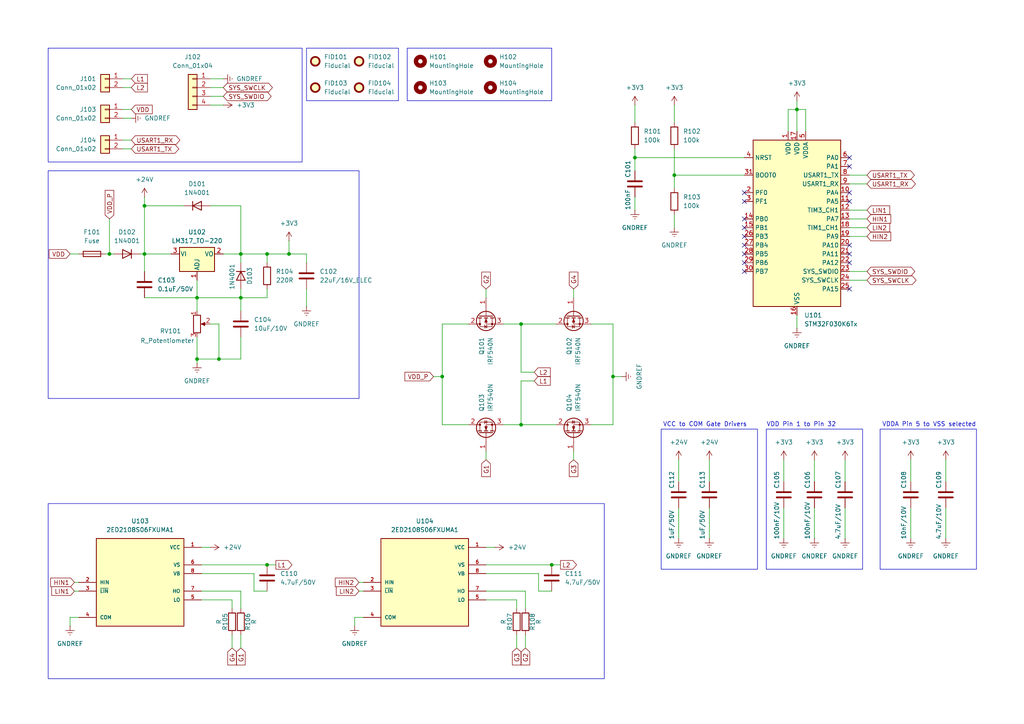
<source format=kicad_sch>
(kicad_sch (version 20250114) (generator "eeschema") (generator_version "9.0")
  (paper "A4")
  (lib_symbols
    (symbol "Connector_Generic:Conn_01x02" (pin_names (offset 1.016) (hide yes))
      (property "Reference" "J" (at 0 2.54 0))
      (property "Value" "Conn_01x02" (at 0 -5.08 0))
      (symbol "Conn_01x02_1_1"
        (rectangle (start -1.27 1.27) (end 1.27 -3.81) (stroke (width 0.254)) (fill (type background)))
        (rectangle (start -1.27 0.127) (end 0 -0.127) (stroke (width 0.1524)))
        (rectangle (start -1.27 -2.413) (end 0 -2.667) (stroke (width 0.1524)))
        (pin passive line (at -5.08 0 0) (length 3.81) (name "Pin_1") (number "1"))
        (pin passive line (at -5.08 -2.54 0) (length 3.81) (name "Pin_2") (number "2"))
      )
    )
    (symbol "Connector_Generic:Conn_01x04" (pin_names (offset 1.016) (hide yes))
      (property "Reference" "J" (at 0 5.08 0))
      (property "Value" "Conn_01x04" (at 0 -7.62 0))
      (symbol "Conn_01x04_1_1"
        (rectangle (start -1.27 3.81) (end 1.27 -6.35) (stroke (width 0.254)) (fill (type background)))
        (rectangle (start -1.27 2.667) (end 0 2.413) (stroke (width 0.1524)))
        (rectangle (start -1.27 0.127) (end 0 -0.127) (stroke (width 0.1524)))
        (rectangle (start -1.27 -2.413) (end 0 -2.667) (stroke (width 0.1524)))
        (rectangle (start -1.27 -4.953) (end 0 -5.207) (stroke (width 0.1524)))
        (pin passive line (at -5.08 2.54 0) (length 3.81) (name "Pin_1") (number "1"))
        (pin passive line (at -5.08 0 0) (length 3.81) (name "Pin_2") (number "2"))
        (pin passive line (at -5.08 -2.54 0) (length 3.81) (name "Pin_3") (number "3"))
        (pin passive line (at -5.08 -5.08 0) (length 3.81) (name "Pin_4") (number "4"))
      )
    )
    (symbol "Device:C" (pin_numbers (hide yes)) (pin_names (offset 0.254))
      (property "Reference" "C" (at 0.635 2.54 0))
      (property "Value" "C" (at 0.635 -2.54 0))
      (symbol "C_0_1"
        (polyline (pts (xy -2.032 0.762) (xy 2.032 0.762)) (stroke (width 0.508)))
        (polyline (pts (xy -2.032 -0.762) (xy 2.032 -0.762)) (stroke (width 0.508)))
      )
      (symbol "C_1_1"
        (pin passive line (at 0 3.81 270) (length 2.794) (name "~") (number "1"))
        (pin passive line (at 0 -3.81 90) (length 2.794) (name "~") (number "2"))
      )
    )
    (symbol "Device:Fuse" (pin_numbers (hide yes)) (pin_names (offset 0))
      (property "Reference" "F" (at 2.032 0 90))
      (property "Value" "Fuse" (at -1.905 0 90))
      (symbol "Fuse_0_1"
        (rectangle (start -0.762 -2.54) (end 0.762 2.54) (stroke (width 0.254)))
        (polyline (pts (xy 0 2.54) (xy 0 -2.54)))
      )
      (symbol "Fuse_1_1"
        (pin passive line (at 0 3.81 270) (length 1.27) (name "~") (number "1"))
        (pin passive line (at 0 -3.81 90) (length 1.27) (name "~") (number "2"))
      )
    )
    (symbol "Device:R" (pin_numbers (hide yes)) (pin_names (offset 0))
      (property "Reference" "R" (at 2.032 0 90))
      (property "Value" "R" (at 0 0 90))
      (symbol "R_0_1"
        (rectangle (start -1.016 -2.54) (end 1.016 2.54) (stroke (width 0.254)))
      )
      (symbol "R_1_1"
        (pin passive line (at 0 3.81 270) (length 1.27) (name "~") (number "1"))
        (pin passive line (at 0 -3.81 90) (length 1.27) (name "~") (number "2"))
      )
    )
    (symbol "Device:R_Potentiometer" (pin_names (offset 1.016) (hide yes))
      (property "Reference" "RV" (at -4.445 0 90))
      (property "Value" "R_Potentiometer" (at -2.54 0 90))
      (symbol "R_Potentiometer_0_1"
        (rectangle (start 1.016 2.54) (end -1.016 -2.54) (stroke (width 0.254)))
        (polyline (pts (xy 1.143 0) (xy 2.286 0.508) (xy 2.286 -0.508) (xy 1.143 0)) (fill (type outline)))
        (polyline (pts (xy 2.54 0) (xy 1.524 0)))
      )
      (symbol "R_Potentiometer_1_1"
        (pin passive line (at 0 3.81 270) (length 1.27) (name "1") (number "1"))
        (pin passive line (at 0 -3.81 90) (length 1.27) (name "3") (number "3"))
        (pin passive line (at 3.81 0 180) (length 1.27) (name "2") (number "2"))
      )
    )
    (symbol "Diode:1N4001" (pin_numbers (hide yes)) (pin_names (hide yes))
      (property "Reference" "D" (at 0 2.54 0))
      (property "Value" "1N4001" (at 0 -2.54 0))
      (symbol "1N4001_0_1"
        (polyline (pts (xy -1.27 1.27) (xy -1.27 -1.27)) (stroke (width 0.254)))
        (polyline (pts (xy 1.27 1.27) (xy 1.27 -1.27) (xy -1.27 0) (xy 1.27 1.27)) (stroke (width 0.254)))
        (polyline (pts (xy 1.27 0) (xy -1.27 0)))
      )
      (symbol "1N4001_1_1"
        (pin passive line (at -3.81 0 0) (length 2.54) (name "K") (number "1"))
        (pin passive line (at 3.81 0 180) (length 2.54) (name "A") (number "2"))
      )
    )
    (symbol "Gate_Driver:2ED2108S06FXUMA1" (pin_names (offset 1.016))
      (property "Reference" "U" (at -12.7 13.97 0))
      (property "Value" "2ED2108S06FXUMA1" (at -12.7 -15.24 0))
      (symbol "2ED2108S06FXUMA1_0_0"
        (rectangle (start -12.7 -12.7) (end 12.7 12.7) (stroke (width 0.254)) (fill (type background)))
        (pin input line (at -17.78 0 0) (length 5.08) (name "HIN") (number "2"))
        (pin input line (at -17.78 -2.54 0) (length 5.08) (name "~{LIN}") (number "3"))
        (pin passive line (at -17.78 -10.16 0) (length 5.08) (name "COM") (number "4"))
        (pin power_in line (at 17.78 10.16 180) (length 5.08) (name "VCC") (number "1"))
        (pin power_in line (at 17.78 5.08 180) (length 5.08) (name "VS") (number "6"))
        (pin power_in line (at 17.78 2.54 180) (length 5.08) (name "VB") (number "8"))
        (pin output line (at 17.78 -2.54 180) (length 5.08) (name "HO") (number "7"))
        (pin output line (at 17.78 -5.08 180) (length 5.08) (name "LO") (number "5"))
      )
    )
    (symbol "MCU_ST_STM32F0:STM32F030K6Tx"
      (property "Reference" "U" (at -12.7 26.67 0))
      (property "Value" "STM32F030K6Tx" (at 5.08 26.67 0))
      (symbol "STM32F030K6Tx_0_1"
        (rectangle (start -12.7 -22.86) (end 12.7 25.4) (stroke (width 0.254)) (fill (type background)))
      )
      (symbol "STM32F030K6Tx_1_1"
        (pin input line (at -15.24 20.32 0) (length 2.54) (name "NRST") (number "4"))
        (pin input line (at -15.24 15.24 0) (length 2.54) (name "BOOT0") (number "31"))
        (pin bidirectional line (at -15.24 10.16 0) (length 2.54) (name "PF0") (number "2"))
        (pin bidirectional line (at -15.24 7.62 0) (length 2.54) (name "PF1") (number "3"))
        (pin bidirectional line (at -15.24 2.54 0) (length 2.54) (name "PB0") (number "14"))
        (pin bidirectional line (at -15.24 0 0) (length 2.54) (name "PB1") (number "15"))
        (pin bidirectional line (at -15.24 -2.54 0) (length 2.54) (name "PB3") (number "26"))
        (pin bidirectional line (at -15.24 -5.08 0) (length 2.54) (name "PB4") (number "27") (alternate "TIM3_CH1" bidirectional line))
        (pin bidirectional line (at -15.24 -7.62 0) (length 2.54) (name "PB5") (number "28"))
        (pin bidirectional line (at -15.24 -10.16 0) (length 2.54) (name "PB6") (number "29") (alternate "USART1_TX" bidirectional line))
        (pin bidirectional line (at -15.24 -12.7 0) (length 2.54) (name "PB7") (number "30") (alternate "USART1_RX" bidirectional line))
        (pin power_in line (at -2.54 27.94 270) (length 2.54) (name "VDD") (number "1"))
        (pin power_in line (at 0 27.94 270) (length 2.54) (name "VDD") (number "17"))
        (pin power_in line (at 0 -25.4 90) (length 2.54) (name "VSS") (number "16"))
        (pin passive line (at 0 -25.4 90) (length 2.54) (hide yes) (name "VSS") (number "32"))
        (pin power_in line (at 2.54 27.94 270) (length 2.54) (name "VDDA") (number "5"))
        (pin bidirectional line (at 15.24 20.32 180) (length 2.54) (name "PA0") (number "6"))
        (pin bidirectional line (at 15.24 17.78 180) (length 2.54) (name "PA1") (number "7"))
        (pin bidirectional line (at 15.24 15.24 180) (length 2.54) (name "PA2") (number "8") (alternate "USART1_TX" bidirectional line))
        (pin bidirectional line (at 15.24 12.7 180) (length 2.54) (name "PA3") (number "9") (alternate "USART1_RX" bidirectional line))
        (pin bidirectional line (at 15.24 10.16 180) (length 2.54) (name "PA4") (number "10"))
        (pin bidirectional line (at 15.24 7.62 180) (length 2.54) (name "PA5") (number "11"))
        (pin bidirectional line (at 15.24 5.08 180) (length 2.54) (name "PA6") (number "12") (alternate "TIM3_CH1" bidirectional line))
        (pin bidirectional line (at 15.24 2.54 180) (length 2.54) (name "PA7") (number "13"))
        (pin bidirectional line (at 15.24 0 180) (length 2.54) (name "PA8") (number "18") (alternate "TIM1_CH1" bidirectional line))
        (pin bidirectional line (at 15.24 -2.54 180) (length 2.54) (name "PA9") (number "19") (alternate "USART1_TX" bidirectional line))
        (pin bidirectional line (at 15.24 -5.08 180) (length 2.54) (name "PA10") (number "20") (alternate "USART1_RX" bidirectional line))
        (pin bidirectional line (at 15.24 -7.62 180) (length 2.54) (name "PA11") (number "21"))
        (pin bidirectional line (at 15.24 -10.16 180) (length 2.54) (name "PA12") (number "22"))
        (pin bidirectional line (at 15.24 -12.7 180) (length 2.54) (name "PA13") (number "23") (alternate "SYS_SWDIO" bidirectional line))
        (pin bidirectional line (at 15.24 -15.24 180) (length 2.54) (name "PA14") (number "24") (alternate "SYS_SWCLK" bidirectional line) (alternate "USART1_TX" bidirectional line))
        (pin bidirectional line (at 15.24 -17.78 180) (length 2.54) (name "PA15") (number "25") (alternate "USART1_RX" bidirectional line))
      )
    )
    (symbol "Mechanical:Fiducial" (in_bom no)
      (property "Reference" "FID" (at 0 5.08 0))
      (property "Value" "Fiducial" (at 0 3.175 0))
      (symbol "Fiducial_0_1"
        (circle (center 0 0) (radius 1.27) (stroke (width 0.508)) (fill (type background)))
      )
    )
    (symbol "Mechanical:MountingHole" (pin_names (offset 1.016)) (in_bom no)
      (property "Reference" "H" (at 0 5.08 0))
      (property "Value" "MountingHole" (at 0 3.175 0))
      (symbol "MountingHole_0_1"
        (circle (center 0 0) (radius 1.27) (stroke (width 1.27)))
      )
    )
    (symbol "Regulator_Linear:LM317_TO-220" (pin_names (offset 0.254))
      (property "Reference" "U" (at -3.81 3.175 0))
      (property "Value" "LM317_TO-220" (at 0 3.175 0))
      (symbol "LM317_TO-220_0_1"
        (rectangle (start -5.08 1.905) (end 5.08 -5.08) (stroke (width 0.254)) (fill (type background)))
      )
      (symbol "LM317_TO-220_1_1"
        (pin power_in line (at -7.62 0 0) (length 2.54) (name "VI") (number "3"))
        (pin input line (at 0 -7.62 90) (length 2.54) (name "ADJ") (number "1"))
        (pin power_out line (at 7.62 0 180) (length 2.54) (name "VO") (number "2"))
      )
    )
    (symbol "Transistor_FET:IRF540N" (pin_names (hide yes))
      (property "Reference" "Q" (at 5.08 1.905 0))
      (property "Value" "IRF540N" (at 5.08 0 0))
      (symbol "IRF540N_0_1"
        (polyline (pts (xy 0.254 1.905) (xy 0.254 -1.905)) (stroke (width 0.254)))
        (polyline (pts (xy 0.254 0) (xy -2.54 0)))
        (polyline (pts (xy 0.762 2.286) (xy 0.762 1.27)) (stroke (width 0.254)))
        (polyline (pts (xy 0.762 0.508) (xy 0.762 -0.508)) (stroke (width 0.254)))
        (polyline (pts (xy 0.762 -1.27) (xy 0.762 -2.286)) (stroke (width 0.254)))
        (polyline (pts (xy 0.762 -1.778) (xy 3.302 -1.778) (xy 3.302 1.778) (xy 0.762 1.778)))
        (polyline (pts (xy 1.016 0) (xy 2.032 0.381) (xy 2.032 -0.381) (xy 1.016 0)) (fill (type outline)))
        (circle (center 1.651 0) (radius 2.794) (stroke (width 0.254)))
        (polyline (pts (xy 2.54 2.54) (xy 2.54 1.778)))
        (circle (center 2.54 1.778) (radius 0.254) (fill (type outline)))
        (circle (center 2.54 -1.778) (radius 0.254) (fill (type outline)))
        (polyline (pts (xy 2.54 -2.54) (xy 2.54 0) (xy 0.762 0)))
        (polyline (pts (xy 2.794 0.508) (xy 2.921 0.381) (xy 3.683 0.381) (xy 3.81 0.254)))
        (polyline (pts (xy 3.302 0.381) (xy 2.921 -0.254) (xy 3.683 -0.254) (xy 3.302 0.381)))
      )
      (symbol "IRF540N_1_1"
        (pin input line (at -5.08 0 0) (length 2.54) (name "G") (number "1"))
        (pin passive line (at 2.54 5.08 270) (length 2.54) (name "D") (number "2"))
        (pin passive line (at 2.54 -5.08 90) (length 2.54) (name "S") (number "3"))
      )
    )
    (symbol "power:+24V" (power) (pin_numbers (hide yes)) (pin_names (offset 0) (hide yes))
      (property "Value" "+24V" (at 0 3.556 0))
      (symbol "+24V_0_1"
        (polyline (pts (xy -0.762 1.27) (xy 0 2.54)))
        (polyline (pts (xy 0 2.54) (xy 0.762 1.27)))
        (polyline (pts (xy 0 0) (xy 0 2.54)))
      )
      (symbol "+24V_1_1"
        (pin power_in line (at 0 0 90) (length 0) (name "~") (number "1"))
      )
    )
    (symbol "power:+3V3" (power) (pin_numbers (hide yes)) (pin_names (offset 0) (hide yes))
      (property "Value" "+3V3" (at 0 3.556 0))
      (symbol "+3V3_0_1"
        (polyline (pts (xy -0.762 1.27) (xy 0 2.54)))
        (polyline (pts (xy 0 2.54) (xy 0.762 1.27)))
        (polyline (pts (xy 0 0) (xy 0 2.54)))
      )
      (symbol "+3V3_1_1"
        (pin power_in line (at 0 0 90) (length 0) (name "~") (number "1"))
      )
    )
    (symbol "power:GNDREF" (power) (pin_numbers (hide yes)) (pin_names (offset 0) (hide yes))
      (property "Value" "GNDREF" (at 0 -3.81 0))
      (symbol "GNDREF_0_1"
        (polyline (pts (xy -0.635 -1.905) (xy 0.635 -1.905)))
        (polyline (pts (xy -0.127 -2.54) (xy 0.127 -2.54)))
        (polyline (pts (xy 0 -1.27) (xy 0 0)))
        (polyline (pts (xy 1.27 -1.27) (xy -1.27 -1.27)))
      )
      (symbol "GNDREF_1_1"
        (pin power_in line (at 0 0 270) (length 0) (name "~") (number "1"))
      )
    )
  )
  (rectangle (start 13.97 146.05) (end 175.26 196.85))
  (rectangle (start 13.97 49.53) (end 104.14 115.57))
  (rectangle (start 118.11 13.97) (end 160.02 29.21))
  (rectangle (start 13.97 13.97) (end 87.63 46.99))
  (rectangle (start 255.27 124.46) (end 283.21 165.1))
  (rectangle (start 222.25 124.46) (end 250.19 165.1))
  (rectangle (start 191.77 124.46) (end 219.71 165.1))
  (rectangle (start 88.9 13.97) (end 115.57 29.21))
  (text "VDD Pin 1 to Pin 32" (at 232.41 123.19 0) (effects (font (size 1.27 1.27))))
  (text "VCC to COM Gate Drivers" (at 204.47 123.19 0) (effects (font (size 1.27 1.27))))
  (text "VDDA Pin 5 to VSS selected" (at 269.494 123.19 0) (effects (font (size 1.27 1.27))))
  (junction (at 41.91 73.66))
  (junction (at 69.85 86.36))
  (junction (at 63.5 104.14))
  (junction (at 77.47 163.83))
  (junction (at 195.58 50.8))
  (junction (at 184.15 45.72))
  (junction (at 128.27 109.22))
  (junction (at 69.85 73.66))
  (junction (at 83.82 73.66))
  (junction (at 151.13 123.19))
  (junction (at 77.47 73.66))
  (junction (at 57.15 104.14))
  (junction (at 57.15 86.36))
  (junction (at 231.14 31.75))
  (junction (at 151.13 93.98))
  (junction (at 31.75 73.66))
  (junction (at 160.02 163.83))
  (junction (at 41.91 59.69))
  (junction (at 177.8 109.22))
  (no_connect (at 246.38 58.42))
  (no_connect (at 215.9 63.5))
  (no_connect (at 215.9 68.58))
  (no_connect (at 246.38 71.12))
  (no_connect (at 215.9 78.74))
  (no_connect (at 246.38 45.72))
  (no_connect (at 215.9 71.12))
  (no_connect (at 246.38 76.2))
  (no_connect (at 246.38 83.82))
  (no_connect (at 215.9 55.88))
  (no_connect (at 246.38 48.26))
  (no_connect (at 215.9 58.42))
  (no_connect (at 215.9 66.04))
  (no_connect (at 215.9 76.2))
  (no_connect (at 246.38 73.66))
  (no_connect (at 215.9 73.66))
  (no_connect (at 246.38 55.88))
  (wire (pts (xy 69.85 83.82) (xy 69.85 86.36)))
  (wire (pts (xy 57.15 81.28) (xy 57.15 86.36)))
  (wire (pts (xy 102.87 179.07) (xy 105.41 179.07)))
  (wire (pts (xy 21.59 171.45) (xy 22.86 171.45)))
  (wire (pts (xy 245.11 147.32) (xy 245.11 156.21)))
  (wire (pts (xy 69.85 86.36) (xy 69.85 90.17)))
  (wire (pts (xy 184.15 57.15) (xy 184.15 60.96)))
  (wire (pts (xy 166.37 86.36) (xy 166.37 83.82)))
  (wire (pts (xy 125.73 109.22) (xy 128.27 109.22)))
  (wire (pts (xy 140.97 163.83) (xy 160.02 163.83)))
  (wire (pts (xy 41.91 59.69) (xy 53.34 59.69)))
  (wire (pts (xy 63.5 93.98) (xy 63.5 104.14)))
  (wire (pts (xy 149.86 184.15) (xy 149.86 187.96)))
  (wire (pts (xy 38.1 40.64) (xy 35.56 40.64)))
  (wire (pts (xy 195.58 50.8) (xy 195.58 54.61)))
  (wire (pts (xy 184.15 45.72) (xy 215.9 45.72)))
  (wire (pts (xy 251.46 78.74) (xy 246.38 78.74)))
  (wire (pts (xy 102.87 181.61) (xy 102.87 179.07)))
  (wire (pts (xy 128.27 123.19) (xy 135.89 123.19)))
  (wire (pts (xy 140.97 171.45) (xy 152.4 171.45)))
  (wire (pts (xy 63.5 104.14) (xy 57.15 104.14)))
  (wire (pts (xy 195.58 50.8) (xy 215.9 50.8)))
  (wire (pts (xy 40.64 73.66) (xy 41.91 73.66)))
  (wire (pts (xy 38.1 43.18) (xy 35.56 43.18)))
  (wire (pts (xy 38.1 34.29) (xy 35.56 34.29)))
  (wire (pts (xy 60.96 30.48) (xy 64.77 30.48)))
  (wire (pts (xy 31.75 73.66) (xy 33.02 73.66)))
  (wire (pts (xy 69.85 73.66) (xy 69.85 76.2)))
  (wire (pts (xy 67.31 184.15) (xy 67.31 187.96)))
  (wire (pts (xy 251.46 66.04) (xy 246.38 66.04)))
  (wire (pts (xy 231.14 91.44) (xy 231.14 95.25)))
  (wire (pts (xy 251.46 68.58) (xy 246.38 68.58)))
  (wire (pts (xy 41.91 57.15) (xy 41.91 59.69)))
  (wire (pts (xy 196.85 147.32) (xy 196.85 156.21)))
  (wire (pts (xy 69.85 97.79) (xy 69.85 104.14)))
  (wire (pts (xy 151.13 110.49) (xy 151.13 123.19)))
  (wire (pts (xy 151.13 93.98) (xy 161.29 93.98)))
  (wire (pts (xy 236.22 147.32) (xy 236.22 156.21)))
  (wire (pts (xy 60.96 59.69) (xy 69.85 59.69)))
  (wire (pts (xy 35.56 22.86) (xy 38.1 22.86)))
  (wire (pts (xy 171.45 123.19) (xy 177.8 123.19)))
  (wire (pts (xy 77.47 73.66) (xy 83.82 73.66)))
  (wire (pts (xy 228.6 31.75) (xy 231.14 31.75)))
  (wire (pts (xy 195.58 43.18) (xy 195.58 50.8)))
  (wire (pts (xy 30.48 73.66) (xy 31.75 73.66)))
  (wire (pts (xy 77.47 83.82) (xy 77.47 86.36)))
  (wire (pts (xy 140.97 133.35) (xy 140.97 130.81)))
  (wire (pts (xy 77.47 163.83) (xy 80.01 163.83)))
  (wire (pts (xy 69.85 73.66) (xy 77.47 73.66)))
  (wire (pts (xy 31.75 63.5) (xy 31.75 73.66)))
  (wire (pts (xy 128.27 123.19) (xy 128.27 109.22)))
  (wire (pts (xy 151.13 110.49) (xy 154.94 110.49)))
  (wire (pts (xy 231.14 29.21) (xy 231.14 31.75)))
  (wire (pts (xy 236.22 133.35) (xy 236.22 139.7)))
  (wire (pts (xy 156.21 166.37) (xy 156.21 171.45)))
  (wire (pts (xy 60.96 93.98) (xy 63.5 93.98)))
  (wire (pts (xy 57.15 86.36) (xy 69.85 86.36)))
  (wire (pts (xy 184.15 43.18) (xy 184.15 45.72)))
  (wire (pts (xy 140.97 173.99) (xy 149.86 173.99)))
  (wire (pts (xy 227.33 147.32) (xy 227.33 156.21)))
  (wire (pts (xy 58.42 173.99) (xy 67.31 173.99)))
  (wire (pts (xy 58.42 171.45) (xy 69.85 171.45)))
  (wire (pts (xy 184.15 45.72) (xy 184.15 49.53)))
  (wire (pts (xy 196.85 133.35) (xy 196.85 139.7)))
  (wire (pts (xy 233.68 38.1) (xy 233.68 31.75)))
  (wire (pts (xy 69.85 104.14) (xy 63.5 104.14)))
  (wire (pts (xy 251.46 53.34) (xy 246.38 53.34)))
  (wire (pts (xy 20.32 181.61) (xy 20.32 179.07)))
  (wire (pts (xy 274.32 133.35) (xy 274.32 139.7)))
  (wire (pts (xy 41.91 73.66) (xy 41.91 78.74)))
  (wire (pts (xy 233.68 31.75) (xy 231.14 31.75)))
  (wire (pts (xy 195.58 62.23) (xy 195.58 66.04)))
  (wire (pts (xy 128.27 109.22) (xy 128.27 93.98)))
  (wire (pts (xy 35.56 25.4) (xy 38.1 25.4)))
  (wire (pts (xy 64.77 73.66) (xy 69.85 73.66)))
  (wire (pts (xy 228.6 38.1) (xy 228.6 31.75)))
  (wire (pts (xy 152.4 171.45) (xy 152.4 176.53)))
  (wire (pts (xy 205.74 147.32) (xy 205.74 156.21)))
  (wire (pts (xy 140.97 166.37) (xy 156.21 166.37)))
  (wire (pts (xy 38.1 31.75) (xy 35.56 31.75)))
  (wire (pts (xy 156.21 171.45) (xy 160.02 171.45)))
  (wire (pts (xy 60.96 22.86) (xy 64.77 22.86)))
  (wire (pts (xy 57.15 104.14) (xy 57.15 105.41)))
  (wire (pts (xy 251.46 60.96) (xy 246.38 60.96)))
  (wire (pts (xy 160.02 163.83) (xy 162.56 163.83)))
  (wire (pts (xy 69.85 184.15) (xy 69.85 187.96)))
  (wire (pts (xy 151.13 107.95) (xy 151.13 93.98)))
  (wire (pts (xy 166.37 133.35) (xy 166.37 130.81)))
  (wire (pts (xy 149.86 173.99) (xy 149.86 176.53)))
  (wire (pts (xy 83.82 73.66) (xy 88.9 73.66)))
  (wire (pts (xy 184.15 30.48) (xy 184.15 35.56)))
  (wire (pts (xy 88.9 73.66) (xy 88.9 76.2)))
  (wire (pts (xy 64.77 25.4) (xy 60.96 25.4)))
  (wire (pts (xy 231.14 31.75) (xy 231.14 38.1)))
  (wire (pts (xy 177.8 93.98) (xy 171.45 93.98)))
  (wire (pts (xy 180.34 109.22) (xy 177.8 109.22)))
  (wire (pts (xy 41.91 73.66) (xy 49.53 73.66)))
  (wire (pts (xy 41.91 59.69) (xy 41.91 73.66)))
  (wire (pts (xy 151.13 107.95) (xy 154.94 107.95)))
  (wire (pts (xy 69.85 171.45) (xy 69.85 176.53)))
  (wire (pts (xy 73.66 171.45) (xy 77.47 171.45)))
  (wire (pts (xy 274.32 147.32) (xy 274.32 156.21)))
  (wire (pts (xy 227.33 133.35) (xy 227.33 139.7)))
  (wire (pts (xy 264.16 133.35) (xy 264.16 139.7)))
  (wire (pts (xy 195.58 30.48) (xy 195.58 35.56)))
  (wire (pts (xy 146.05 123.19) (xy 151.13 123.19)))
  (wire (pts (xy 21.59 168.91) (xy 22.86 168.91)))
  (wire (pts (xy 251.46 63.5) (xy 246.38 63.5)))
  (wire (pts (xy 151.13 123.19) (xy 161.29 123.19)))
  (wire (pts (xy 58.42 166.37) (xy 73.66 166.37)))
  (wire (pts (xy 41.91 86.36) (xy 57.15 86.36)))
  (wire (pts (xy 83.82 69.85) (xy 83.82 73.66)))
  (wire (pts (xy 245.11 133.35) (xy 245.11 139.7)))
  (wire (pts (xy 264.16 147.32) (xy 264.16 156.21)))
  (wire (pts (xy 20.32 73.66) (xy 22.86 73.66)))
  (wire (pts (xy 57.15 97.79) (xy 57.15 104.14)))
  (wire (pts (xy 77.47 73.66) (xy 77.47 76.2)))
  (wire (pts (xy 177.8 109.22) (xy 177.8 93.98)))
  (wire (pts (xy 140.97 158.75) (xy 143.51 158.75)))
  (wire (pts (xy 205.74 133.35) (xy 205.74 139.7)))
  (wire (pts (xy 88.9 83.82) (xy 88.9 88.9)))
  (wire (pts (xy 69.85 86.36) (xy 77.47 86.36)))
  (wire (pts (xy 177.8 123.19) (xy 177.8 109.22)))
  (wire (pts (xy 58.42 163.83) (xy 77.47 163.83)))
  (wire (pts (xy 20.32 179.07) (xy 22.86 179.07)))
  (wire (pts (xy 58.42 158.75) (xy 60.96 158.75)))
  (wire (pts (xy 146.05 93.98) (xy 151.13 93.98)))
  (wire (pts (xy 67.31 173.99) (xy 67.31 176.53)))
  (wire (pts (xy 57.15 90.17) (xy 57.15 86.36)))
  (wire (pts (xy 73.66 166.37) (xy 73.66 171.45)))
  (wire (pts (xy 69.85 59.69) (xy 69.85 73.66)))
  (wire (pts (xy 251.46 81.28) (xy 246.38 81.28)))
  (wire (pts (xy 135.89 93.98) (xy 128.27 93.98)))
  (wire (pts (xy 64.77 27.94) (xy 60.96 27.94)))
  (wire (pts (xy 104.14 168.91) (xy 105.41 168.91)))
  (wire (pts (xy 251.46 50.8) (xy 246.38 50.8)))
  (wire (pts (xy 104.14 171.45) (xy 105.41 171.45)))
  (wire (pts (xy 152.4 184.15) (xy 152.4 187.96)))
  (wire (pts (xy 140.97 86.36) (xy 140.97 83.82)))
  (global_label "HIN1" (shape input) (at 21.59 168.91 180) (property "Intersheetrefs" "${INTERSHEET_REFS}" (effects (hide yes))))
  (global_label "LIN2" (shape input) (at 251.46 66.04 0) (property "Intersheetrefs" "${INTERSHEET_REFS}" (effects (hide yes))))
  (global_label "SYS_SWCLK" (shape bidirectional) (at 251.46 81.28 0) (property "Intersheetrefs" "${INTERSHEET_REFS}" (effects (hide yes))))
  (global_label "G1" (shape input) (at 140.97 133.35 270) (property "Intersheetrefs" "${INTERSHEET_REFS}" (effects (hide yes))))
  (global_label "VDD_P" (shape input) (at 125.73 109.22 180) (property "Intersheetrefs" "${INTERSHEET_REFS}" (effects (hide yes))))
  (global_label "G2" (shape input) (at 152.4 187.96 270) (property "Intersheetrefs" "${INTERSHEET_REFS}" (effects (hide yes))))
  (global_label "USART1_TX" (shape bidirectional) (at 251.46 50.8 0) (property "Intersheetrefs" "${INTERSHEET_REFS}" (effects (hide yes))))
  (global_label "L1" (shape input) (at 154.94 110.49 0) (property "Intersheetrefs" "${INTERSHEET_REFS}" (effects (hide yes))))
  (global_label "HIN2" (shape input) (at 251.46 68.58 0) (property "Intersheetrefs" "${INTERSHEET_REFS}" (effects (hide yes))))
  (global_label "LIN2" (shape input) (at 104.14 171.45 180) (property "Intersheetrefs" "${INTERSHEET_REFS}" (effects (hide yes))))
  (global_label "L2" (shape output) (at 162.56 163.83 0) (property "Intersheetrefs" "${INTERSHEET_REFS}" (effects (hide yes))))
  (global_label "G3" (shape input) (at 149.86 187.96 270) (property "Intersheetrefs" "${INTERSHEET_REFS}" (effects (hide yes))))
  (global_label "SYS_SWDIO" (shape bidirectional) (at 251.46 78.74 0) (property "Intersheetrefs" "${INTERSHEET_REFS}" (effects (hide yes))))
  (global_label "G1" (shape input) (at 69.85 187.96 270) (property "Intersheetrefs" "${INTERSHEET_REFS}" (effects (hide yes))))
  (global_label "G2" (shape input) (at 140.97 83.82 90) (property "Intersheetrefs" "${INTERSHEET_REFS}" (effects (hide yes))))
  (global_label "LIN1" (shape input) (at 21.59 171.45 180) (property "Intersheetrefs" "${INTERSHEET_REFS}" (effects (hide yes))))
  (global_label "USART1_RX" (shape bidirectional) (at 38.1 40.64 0) (property "Intersheetrefs" "${INTERSHEET_REFS}" (effects (hide yes))))
  (global_label "USART1_TX" (shape bidirectional) (at 38.1 43.18 0) (property "Intersheetrefs" "${INTERSHEET_REFS}" (effects (hide yes))))
  (global_label "G4" (shape input) (at 67.31 187.96 270) (property "Intersheetrefs" "${INTERSHEET_REFS}" (effects (hide yes))))
  (global_label "G3" (shape input) (at 166.37 133.35 270) (property "Intersheetrefs" "${INTERSHEET_REFS}" (effects (hide yes))))
  (global_label "VDD" (shape input) (at 20.32 73.66 180) (property "Intersheetrefs" "${INTERSHEET_REFS}" (effects (hide yes))))
  (global_label "SYS_SWDIO" (shape bidirectional) (at 64.77 27.94 0) (property "Intersheetrefs" "${INTERSHEET_REFS}" (effects (hide yes))))
  (global_label "USART1_RX" (shape bidirectional) (at 251.46 53.34 0) (property "Intersheetrefs" "${INTERSHEET_REFS}" (effects (hide yes))))
  (global_label "L2" (shape input) (at 154.94 107.95 0) (property "Intersheetrefs" "${INTERSHEET_REFS}" (effects (hide yes))))
  (global_label "L1" (shape input) (at 38.1 22.86 0) (property "Intersheetrefs" "${INTERSHEET_REFS}" (effects (hide yes))))
  (global_label "LIN1" (shape input) (at 251.46 60.96 0) (property "Intersheetrefs" "${INTERSHEET_REFS}" (effects (hide yes))))
  (global_label "G4" (shape input) (at 166.37 83.82 90) (property "Intersheetrefs" "${INTERSHEET_REFS}" (effects (hide yes))))
  (global_label "SYS_SWCLK" (shape bidirectional) (at 64.77 25.4 0) (property "Intersheetrefs" "${INTERSHEET_REFS}" (effects (hide yes))))
  (global_label "HIN1" (shape input) (at 251.46 63.5 0) (property "Intersheetrefs" "${INTERSHEET_REFS}" (effects (hide yes))))
  (global_label "VDD_P" (shape input) (at 31.75 63.5 90) (property "Intersheetrefs" "${INTERSHEET_REFS}" (effects (hide yes))))
  (global_label "L1" (shape output) (at 80.01 163.83 0) (property "Intersheetrefs" "${INTERSHEET_REFS}" (effects (hide yes))))
  (global_label "L2" (shape input) (at 38.1 25.4 0) (property "Intersheetrefs" "${INTERSHEET_REFS}" (effects (hide yes))))
  (global_label "VDD" (shape input) (at 38.1 31.75 0) (property "Intersheetrefs" "${INTERSHEET_REFS}" (effects (hide yes))))
  (global_label "HIN2" (shape input) (at 104.14 168.91 180) (property "Intersheetrefs" "${INTERSHEET_REFS}" (effects (hide yes))))
  (symbol (lib_id "power:+3V3") (at 274.32 133.35 0) (unit 1)
    (property "Reference" "#PWR0119" (effects (hide yes)))
    (property "Value" "+3V3" (at 274.32 128.27 0))
    (property "Description" "Power symbol creates a global label with name \"+3V3\"" (effects (hide yes)))
  )
  (symbol (lib_id "Device:C") (at 77.47 167.64 0) (unit 1)
    (property "Reference" "C110" (at 81.28 166.3699 0) (effects (justify left)))
    (property "Value" "4.7uF/50V" (at 81.28 168.9099 0) (effects (justify left)))
    (property "Footprint" "Capacitor_SMD:C_0603_1608Metric_Pad1.08x0.95mm_HandSolder" (effects (hide yes)))
    (property "Description" "Unpolarized capacitor" (effects (hide yes)))
  )
  (symbol (lib_id "power:GNDREF") (at 231.14 95.25 0) (unit 1)
    (property "Reference" "#PWR0112" (effects (hide yes)))
    (property "Value" "GNDREF" (at 231.14 100.33 0))
    (property "Description" "Power symbol creates a global label with name \"GNDREF\" , reference supply ground" (effects (hide yes)))
  )
  (symbol (lib_id "power:GNDREF") (at 184.15 60.96 0) (unit 1)
    (property "Reference" "#PWR0108" (effects (hide yes)))
    (property "Value" "GNDREF" (at 184.15 66.04 0))
    (property "Description" "Power symbol creates a global label with name \"GNDREF\" , reference supply ground" (effects (hide yes)))
  )
  (symbol (lib_id "power:GNDREF") (at 195.58 66.04 0) (unit 1)
    (property "Reference" "#PWR0109" (effects (hide yes)))
    (property "Value" "GNDREF" (at 195.58 71.12 0))
    (property "Description" "Power symbol creates a global label with name \"GNDREF\" , reference supply ground" (effects (hide yes)))
  )
  (symbol (lib_id "Diode:1N4001") (at 69.85 80.01 270) (unit 1)
    (property "Reference" "D103" (at 72.39 77.47 0) (effects (justify left)))
    (property "Value" "1N4001" (at 67.31 76.454 0) (effects (justify left)))
    (property "Footprint" "Diode_SMD:D_SMA" (effects (hide yes)))
    (property "Datasheet" "http://www.vishay.com/docs/88503/1n4001.pdf" (effects (hide yes)))
    (property "Description" "50V 1A General Purpose Rectifier Diode, DO-41" (effects (hide yes)))
    (property "Sim.Device" "D" (effects (hide yes)))
    (property "Sim.Pins" "1=K 2=A" (effects (hide yes)))
  )
  (symbol (lib_id "Mechanical:MountingHole") (at 142.24 17.78 0) (unit 1) (in_bom no)
    (property "Reference" "H102" (at 144.78 16.5099 0) (effects (justify left)))
    (property "Value" "MountingHole" (at 144.78 19.0499 0) (effects (justify left)))
    (property "Footprint" "MountingHole:MountingHole_5.3mm_M5_ISO14580" (effects (hide yes)))
    (property "Description" "Mounting Hole without connection" (effects (hide yes)))
  )
  (symbol (lib_id "power:+3V3") (at 245.11 133.35 0) (unit 1)
    (property "Reference" "#PWR0117" (effects (hide yes)))
    (property "Value" "+3V3" (at 245.11 128.27 0))
    (property "Description" "Power symbol creates a global label with name \"+3V3\"" (effects (hide yes)))
  )
  (symbol (lib_id "power:GNDREF") (at 196.85 156.21 0) (unit 1)
    (property "Reference" "#PWR0132" (effects (hide yes)))
    (property "Value" "GNDREF" (at 196.85 161.29 0))
    (property "Description" "Power symbol creates a global label with name \"GNDREF\" , reference supply ground" (effects (hide yes)))
  )
  (symbol (lib_id "power:GNDREF") (at 274.32 156.21 0) (unit 1)
    (property "Reference" "#PWR0124" (effects (hide yes)))
    (property "Value" "GNDREF" (at 274.32 161.29 0))
    (property "Description" "Power symbol creates a global label with name \"GNDREF\" , reference supply ground" (effects (hide yes)))
  )
  (symbol (lib_id "Mechanical:Fiducial") (at 91.44 17.78 0) (unit 1) (in_bom no)
    (property "Reference" "FID101" (at 93.98 16.5099 0) (effects (justify left)))
    (property "Value" "Fiducial" (at 93.98 19.0499 0) (effects (justify left)))
    (property "Footprint" "Fiducial:Fiducial_1mm_Mask3mm" (effects (hide yes)))
    (property "Description" "Fiducial Marker" (effects (hide yes)))
  )
  (symbol (lib_id "Device:C") (at 184.15 53.34 0) (unit 1)
    (property "Reference" "C101" (at 182.118 51.562 90) (effects (justify left)))
    (property "Value" "100nF" (at 182.118 60.96 90) (effects (justify left)))
    (property "Footprint" "Capacitor_SMD:C_0603_1608Metric" (effects (hide yes)))
    (property "Description" "Unpolarized capacitor" (effects (hide yes)))
  )
  (symbol (lib_id "power:GNDREF") (at 236.22 156.21 0) (unit 1)
    (property "Reference" "#PWR0121" (effects (hide yes)))
    (property "Value" "GNDREF" (at 236.22 161.29 0))
    (property "Description" "Power symbol creates a global label with name \"GNDREF\" , reference supply ground" (effects (hide yes)))
  )
  (symbol (lib_id "Device:C") (at 88.9 80.01 0) (unit 1)
    (property "Reference" "C102" (at 92.71 78.7399 0) (effects (justify left)))
    (property "Value" "22uF/16V_ELEC" (at 92.71 81.2799 0) (effects (justify left)))
    (property "Footprint" "Capacitor_SMD:C_Elec_4x5.4" (effects (hide yes)))
    (property "Description" "Unpolarized capacitor" (effects (hide yes)))
  )
  (symbol (lib_id "power:+3V3") (at 231.14 29.21 0) (unit 1)
    (property "Reference" "#PWR0102" (effects (hide yes)))
    (property "Value" "+3V3" (at 231.14 24.13 0))
    (property "Description" "Power symbol creates a global label with name \"+3V3\"" (effects (hide yes)))
  )
  (symbol (lib_id "power:+24V") (at 143.51 158.75 270) (unit 1)
    (property "Reference" "#PWR0126" (effects (hide yes)))
    (property "Value" "+24V" (at 147.32 158.7499 90) (effects (justify left)))
    (property "Description" "Power symbol creates a global label with name \"+24V\"" (effects (hide yes)))
  )
  (symbol (lib_id "Device:C") (at 41.91 82.55 0) (unit 1)
    (property "Reference" "C103" (at 45.72 81.2799 0) (effects (justify left)))
    (property "Value" "0.1uF/50V" (at 45.72 83.8199 0) (effects (justify left)))
    (property "Footprint" "Capacitor_SMD:C_0603_1608Metric_Pad1.08x0.95mm_HandSolder" (effects (hide yes)))
    (property "Description" "Unpolarized capacitor" (effects (hide yes)))
  )
  (symbol (lib_id "Device:C") (at 274.32 143.51 0) (unit 1)
    (property "Reference" "C109" (at 272.288 141.732 90) (effects (justify left)))
    (property "Value" "4.7uF/10V" (at 272.288 156.464 90) (effects (justify left)))
    (property "Footprint" "Capacitor_SMD:C_0603_1608Metric" (effects (hide yes)))
    (property "Description" "Unpolarized capacitor" (effects (hide yes)))
  )
  (symbol (lib_id "power:+3V3") (at 227.33 133.35 0) (unit 1)
    (property "Reference" "#PWR0115" (effects (hide yes)))
    (property "Value" "+3V3" (at 227.33 128.27 0))
    (property "Description" "Power symbol creates a global label with name \"+3V3\"" (effects (hide yes)))
  )
  (symbol (lib_id "Gate_Driver:2ED2108S06FXUMA1") (at 123.19 168.91 0) (unit 1)
    (property "Reference" "U104" (at 123.19 151.13 0))
    (property "Value" "2ED2108S06FXUMA1" (at 123.19 153.67 0))
    (property "Footprint" "Gate_Driver:SOIC127P600X172-8N" (effects (hide yes)))
    (property "E1_MIN" "3.9" (effects (hide yes)))
    (property "B_NOM" "0.43" (effects (hide yes)))
    (property "D_MAX" "4.9" (effects (hide yes)))
    (property "E1_NOM" "3.9" (effects (hide yes)))
    (property "E2_MAX" "0.0" (effects (hide yes)))
    (property "B_MAX" "0.46" (effects (hide yes)))
    (property "D2_MAX" "0.0" (effects (hide yes)))
    (property "ENOM" "1.27" (effects (hide yes)))
    (property "D_NOM" "4.9" (effects (hide yes)))
    (property "L_MAX" "1.25" (effects (hide yes)))
    (property "A_MAX" "1.72" (effects (hide yes)))
    (property "A_NOM" "1.72" (effects (hide yes)))
    (property "A_MIN" "1.72" (effects (hide yes)))
    (property "STANDARD" "IPC 7351B" (effects (hide yes)))
    (property "PARTREV" "2.20" (effects (hide yes)))
    (property "E_NOM" "6.0" (effects (hide yes)))
    (property "B_MIN" "0.36" (effects (hide yes)))
    (property "PIN_COUNT" "8.0" (effects (hide yes)))
    (property "L_NOM" "0.8" (effects (hide yes)))
    (property "MANUFACTURER" "Infineon Technologies" (effects (hide yes)))
    (property "A1_MIN" "0.15" (effects (hide yes)))
    (property "E1_MAX" "3.9" (effects (hide yes)))
    (property "E_MIN" "5.8" (effects (hide yes)))
    (property "D_MIN" "4.9" (effects (hide yes)))
    (property "L_MIN" "0.4" (effects (hide yes)))
    (property "E_MAX" "6.2" (effects (hide yes)))
  )
  (symbol (lib_id "power:+3V3") (at 64.77 30.48 270) (unit 1)
    (property "Reference" "#PWR0103" (effects (hide yes)))
    (property "Value" "+3V3" (at 68.58 30.4799 90) (effects (justify left)))
    (property "Description" "Power symbol creates a global label with name \"+3V3\"" (effects (hide yes)))
  )
  (symbol (lib_id "power:GNDREF") (at 88.9 88.9 0) (unit 1)
    (property "Reference" "#PWR0111" (effects (hide yes)))
    (property "Value" "GNDREF" (at 88.9 93.98 0))
    (property "Description" "Power symbol creates a global label with name \"GNDREF\" , reference supply ground" (effects (hide yes)))
  )
  (symbol (lib_id "Mechanical:MountingHole") (at 142.24 25.4 0) (unit 1) (in_bom no)
    (property "Reference" "H104" (at 144.78 24.1299 0) (effects (justify left)))
    (property "Value" "MountingHole" (at 144.78 26.6699 0) (effects (justify left)))
    (property "Footprint" "MountingHole:MountingHole_5.3mm_M5_ISO14580" (effects (hide yes)))
    (property "Description" "Mounting Hole without connection" (effects (hide yes)))
  )
  (symbol (lib_id "power:+3V3") (at 184.15 30.48 0) (unit 1)
    (property "Reference" "#PWR0104" (effects (hide yes)))
    (property "Value" "+3V3" (at 184.15 25.4 0))
    (property "Description" "Power symbol creates a global label with name \"+3V3\"" (effects (hide yes)))
  )
  (symbol (lib_id "power:GNDREF") (at 102.87 181.61 0) (unit 1)
    (property "Reference" "#PWR0128" (effects (hide yes)))
    (property "Value" "GNDREF" (at 102.87 186.69 0))
    (property "Description" "Power symbol creates a global label with name \"GNDREF\" , reference supply ground" (effects (hide yes)))
  )
  (symbol (lib_id "Transistor_FET:IRF540N") (at 166.37 91.44 90) (mirror x) (unit 1)
    (property "Reference" "Q102" (at 165.0999 97.79 0) (effects (justify left)))
    (property "Value" "IRF540N" (at 167.6399 97.79 0) (effects (justify left)))
    (property "Footprint" "Package_TO_SOT_THT:TO-220-3_Vertical" (effects (hide yes)))
    (property "Datasheet" "http://www.irf.com/product-info/datasheets/data/irf540n.pdf" (effects (hide yes)))
    (property "Description" "33A Id, 100V Vds, HEXFET N-Channel MOSFET, TO-220" (effects (hide yes)))
  )
  (symbol (lib_id "power:+3V3") (at 195.58 30.48 0) (unit 1)
    (property "Reference" "#PWR0105" (effects (hide yes)))
    (property "Value" "+3V3" (at 195.58 25.4 0))
    (property "Description" "Power symbol creates a global label with name \"+3V3\"" (effects (hide yes)))
  )
  (symbol (lib_id "MCU_ST_STM32F0:STM32F030K6Tx") (at 231.14 66.04 0) (unit 1)
    (property "Reference" "U101" (at 233.2833 91.44 0) (effects (justify left)))
    (property "Value" "STM32F030K6Tx" (at 233.2833 93.98 0) (effects (justify left)))
    (property "Footprint" "Package_QFP:LQFP-32_7x7mm_P0.8mm" (effects (hide yes)))
    (property "Datasheet" "https://www.st.com/resource/en/datasheet/stm32f030k6.pdf" (effects (hide yes)))
    (property "Description" "STMicroelectronics Arm Cortex-M0 MCU, 32KB flash, 4KB RAM, 48 MHz, 2.4-3.6V, 25 GPIO, LQFP32" (effects (hide yes)))
    (pin "8" (alternate "USART1_TX"))
    (pin "9" (alternate "USART1_RX"))
    (pin "18" (alternate "TIM1_CH1"))
    (pin "24" (alternate "SYS_SWCLK"))
    (pin "12" (alternate "TIM3_CH1"))
    (pin "23" (alternate "SYS_SWDIO"))
  )
  (symbol (lib_id "power:+24V") (at 41.91 57.15 0) (unit 1)
    (property "Reference" "#PWR0107" (effects (hide yes)))
    (property "Value" "+24V" (at 41.91 52.07 0))
    (property "Description" "Power symbol creates a global label with name \"+24V\"" (effects (hide yes)))
  )
  (symbol (lib_id "Device:R") (at 77.47 80.01 0) (unit 1)
    (property "Reference" "R104" (at 80.01 78.7399 0) (effects (justify left)))
    (property "Value" "220R" (at 80.01 81.2799 0) (effects (justify left)))
    (property "Footprint" "Resistor_SMD:R_0201_0603Metric_Pad0.64x0.40mm_HandSolder" (effects (hide yes)))
    (property "Description" "Resistor" (effects (hide yes)))
  )
  (symbol (lib_id "Device:C") (at 245.11 143.51 0) (unit 1)
    (property "Reference" "C107" (at 243.078 141.732 90) (effects (justify left)))
    (property "Value" "4.7uF/10V" (at 243.078 156.464 90) (effects (justify left)))
    (property "Footprint" "Capacitor_SMD:C_0603_1608Metric" (effects (hide yes)))
    (property "Description" "Unpolarized capacitor" (effects (hide yes)))
  )
  (symbol (lib_id "Transistor_FET:IRF540N") (at 140.97 125.73 90) (unit 1)
    (property "Reference" "Q103" (at 139.6999 119.38 0) (effects (justify left)))
    (property "Value" "IRF540N" (at 142.2399 119.38 0) (effects (justify left)))
    (property "Footprint" "Package_TO_SOT_THT:TO-220-3_Vertical" (effects (hide yes)))
    (property "Datasheet" "http://www.irf.com/product-info/datasheets/data/irf540n.pdf" (effects (hide yes)))
    (property "Description" "33A Id, 100V Vds, HEXFET N-Channel MOSFET, TO-220" (effects (hide yes)))
  )
  (symbol (lib_id "power:+24V") (at 196.85 133.35 0) (unit 1)
    (property "Reference" "#PWR0129" (effects (hide yes)))
    (property "Value" "+24V" (at 196.85 128.27 0))
    (property "Description" "Power symbol creates a global label with name \"+24V\"" (effects (hide yes)))
  )
  (symbol (lib_id "power:+3V3") (at 83.82 69.85 0) (unit 1)
    (property "Reference" "#PWR0110" (effects (hide yes)))
    (property "Value" "+3V3" (at 83.82 64.77 0))
    (property "Description" "Power symbol creates a global label with name \"+3V3\"" (effects (hide yes)))
  )
  (symbol (lib_id "Mechanical:Fiducial") (at 104.14 17.78 0) (unit 1) (in_bom no)
    (property "Reference" "FID102" (at 106.68 16.5099 0) (effects (justify left)))
    (property "Value" "Fiducial" (at 106.68 19.0499 0) (effects (justify left)))
    (property "Footprint" "Fiducial:Fiducial_1mm_Mask3mm" (effects (hide yes)))
    (property "Description" "Fiducial Marker" (effects (hide yes)))
  )
  (symbol (lib_id "Connector_Generic:Conn_01x04") (at 55.88 25.4 0) (mirror y) (unit 1)
    (property "Reference" "J102" (at 55.88 16.51 0))
    (property "Value" "Conn_01x04" (at 55.88 19.05 0))
    (property "Footprint" "Connector_Molex:Molex_KK-254_AE-6410-04A_1x04_P2.54mm_Vertical" (effects (hide yes)))
    (property "Description" "Generic connector, single row, 01x04, script generated (kicad-library-utils/schlib/autogen/connector/)" (effects (hide yes)))
  )
  (symbol (lib_id "power:GNDREF") (at 20.32 181.61 0) (unit 1)
    (property "Reference" "#PWR0127" (effects (hide yes)))
    (property "Value" "GNDREF" (at 20.32 186.69 0))
    (property "Description" "Power symbol creates a global label with name \"GNDREF\" , reference supply ground" (effects (hide yes)))
  )
  (symbol (lib_id "power:GNDREF") (at 64.77 22.86 90) (unit 1)
    (property "Reference" "#PWR0101" (effects (hide yes)))
    (property "Value" "GNDREF" (at 68.58 22.8599 90) (effects (justify right)))
    (property "Description" "Power symbol creates a global label with name \"GNDREF\" , reference supply ground" (effects (hide yes)))
  )
  (symbol (lib_id "Device:R") (at 149.86 180.34 0) (mirror y) (unit 1)
    (property "Reference" "R107" (at 147.828 180.34 90))
    (property "Value" "R" (at 146.05 180.34 90))
    (property "Footprint" "Resistor_SMD:R_0201_0603Metric_Pad0.64x0.40mm_HandSolder" (effects (hide yes)))
    (property "Description" "Resistor" (effects (hide yes)))
  )
  (symbol (lib_id "Device:R") (at 67.31 180.34 0) (mirror y) (unit 1)
    (property "Reference" "R105" (at 65.278 180.34 90))
    (property "Value" "R" (at 63.5 180.34 90))
    (property "Footprint" "Resistor_SMD:R_0201_0603Metric_Pad0.64x0.40mm_HandSolder" (effects (hide yes)))
    (property "Description" "Resistor" (effects (hide yes)))
  )
  (symbol (lib_id "Regulator_Linear:LM317_TO-220") (at 57.15 73.66 0) (unit 1)
    (property "Reference" "U102" (at 57.15 67.31 0))
    (property "Value" "LM317_TO-220" (at 57.15 69.85 0))
    (property "Footprint" "Package_TO_SOT_THT:TO-220-3_Vertical" (effects (hide yes)))
    (property "Datasheet" "http://www.ti.com/lit/ds/symlink/lm317.pdf" (effects (hide yes)))
    (property "Description" "1.5A 35V Adjustable Linear Regulator, TO-220" (effects (hide yes)))
  )
  (symbol (lib_id "power:GNDREF") (at 180.34 109.22 90) (unit 1)
    (property "Reference" "#PWR0114" (effects (hide yes)))
    (property "Value" "GNDREF" (at 185.42 109.22 0))
    (property "Description" "Power symbol creates a global label with name \"GNDREF\" , reference supply ground" (effects (hide yes)))
  )
  (symbol (lib_id "power:GNDREF") (at 245.11 156.21 0) (unit 1)
    (property "Reference" "#PWR0122" (effects (hide yes)))
    (property "Value" "GNDREF" (at 245.11 161.29 0))
    (property "Description" "Power symbol creates a global label with name \"GNDREF\" , reference supply ground" (effects (hide yes)))
  )
  (symbol (lib_id "Mechanical:Fiducial") (at 104.14 25.4 0) (unit 1) (in_bom no)
    (property "Reference" "FID104" (at 106.68 24.1299 0) (effects (justify left)))
    (property "Value" "Fiducial" (at 106.68 26.6699 0) (effects (justify left)))
    (property "Footprint" "Fiducial:Fiducial_1mm_Mask3mm" (effects (hide yes)))
    (property "Description" "Fiducial Marker" (effects (hide yes)))
  )
  (symbol (lib_id "Device:R") (at 69.85 180.34 0) (unit 1)
    (property "Reference" "R106" (at 71.882 180.34 90))
    (property "Value" "R" (at 73.66 180.34 90))
    (property "Footprint" "Resistor_SMD:R_0201_0603Metric_Pad0.64x0.40mm_HandSolder" (effects (hide yes)))
    (property "Description" "Resistor" (effects (hide yes)))
  )
  (symbol (lib_id "Device:R") (at 152.4 180.34 0) (unit 1)
    (property "Reference" "R108" (at 154.432 180.34 90))
    (property "Value" "R" (at 156.21 180.34 90))
    (property "Footprint" "Resistor_SMD:R_0201_0603Metric_Pad0.64x0.40mm_HandSolder" (effects (hide yes)))
    (property "Description" "Resistor" (effects (hide yes)))
  )
  (symbol (lib_id "Connector_Generic:Conn_01x02") (at 30.48 31.75 0) (mirror y) (unit 1)
    (property "Reference" "J103" (at 27.94 31.7499 0) (effects (justify left)))
    (property "Value" "Conn_01x02" (at 27.94 34.2899 0) (effects (justify left)))
    (property "Footprint" "Connector_Phoenix_MSTB:PhoenixContact_MSTBVA_2,5_2-G-5,08_1x02_P5.08mm_Vertical" (effects (hide yes)))
    (property "Description" "Generic connector, single row, 01x02, script generated (kicad-library-utils/schlib/autogen/connector/)" (effects (hide yes)))
  )
  (symbol (lib_id "power:GNDREF") (at 227.33 156.21 0) (unit 1)
    (property "Reference" "#PWR0120" (effects (hide yes)))
    (property "Value" "GNDREF" (at 227.33 161.29 0))
    (property "Description" "Power symbol creates a global label with name \"GNDREF\" , reference supply ground" (effects (hide yes)))
  )
  (symbol (lib_id "power:+24V") (at 60.96 158.75 270) (unit 1)
    (property "Reference" "#PWR0125" (effects (hide yes)))
    (property "Value" "+24V" (at 64.77 158.7499 90) (effects (justify left)))
    (property "Description" "Power symbol creates a global label with name \"+24V\"" (effects (hide yes)))
  )
  (symbol (lib_id "Mechanical:MountingHole") (at 121.92 17.78 0) (unit 1) (in_bom no)
    (property "Reference" "H101" (at 124.46 16.5099 0) (effects (justify left)))
    (property "Value" "MountingHole" (at 124.46 19.0499 0) (effects (justify left)))
    (property "Footprint" "MountingHole:MountingHole_5.3mm_M5_ISO14580" (effects (hide yes)))
    (property "Description" "Mounting Hole without connection" (effects (hide yes)))
  )
  (symbol (lib_id "power:+3V3") (at 264.16 133.35 0) (unit 1)
    (property "Reference" "#PWR0118" (effects (hide yes)))
    (property "Value" "+3V3" (at 264.16 128.27 0))
    (property "Description" "Power symbol creates a global label with name \"+3V3\"" (effects (hide yes)))
  )
  (symbol (lib_id "Diode:1N4001") (at 36.83 73.66 180) (unit 1)
    (property "Reference" "D102" (at 36.83 67.31 0))
    (property "Value" "1N4001" (at 36.83 69.85 0))
    (property "Footprint" "Diode_SMD:D_SMA" (effects (hide yes)))
    (property "Datasheet" "http://www.vishay.com/docs/88503/1n4001.pdf" (effects (hide yes)))
    (property "Description" "50V 1A General Purpose Rectifier Diode, DO-41" (effects (hide yes)))
    (property "Sim.Device" "D" (effects (hide yes)))
    (property "Sim.Pins" "1=K 2=A" (effects (hide yes)))
  )
  (symbol (lib_id "Device:C") (at 69.85 93.98 0) (unit 1)
    (property "Reference" "C104" (at 73.66 92.7099 0) (effects (justify left)))
    (property "Value" "10uF/10V" (at 73.66 95.2499 0) (effects (justify left)))
    (property "Footprint" "Capacitor_SMD:C_0603_1608Metric_Pad1.08x0.95mm_HandSolder" (effects (hide yes)))
    (property "Description" "Unpolarized capacitor" (effects (hide yes)))
  )
  (symbol (lib_id "Mechanical:Fiducial") (at 91.44 25.4 0) (unit 1) (in_bom no)
    (property "Reference" "FID103" (at 93.98 24.1299 0) (effects (justify left)))
    (property "Value" "Fiducial" (at 93.98 26.6699 0) (effects (justify left)))
    (property "Footprint" "Fiducial:Fiducial_1mm_Mask3mm" (effects (hide yes)))
    (property "Description" "Fiducial Marker" (effects (hide yes)))
  )
  (symbol (lib_id "Device:C") (at 227.33 143.51 0) (unit 1)
    (property "Reference" "C105" (at 225.298 141.732 90) (effects (justify left)))
    (property "Value" "100nF/10V" (at 225.298 156.464 90) (effects (justify left)))
    (property "Footprint" "Capacitor_SMD:C_0603_1608Metric" (effects (hide yes)))
    (property "Description" "Unpolarized capacitor" (effects (hide yes)))
  )
  (symbol (lib_id "Device:C") (at 196.85 143.51 0) (unit 1)
    (property "Reference" "C112" (at 194.818 141.732 90) (effects (justify left)))
    (property "Value" "1uF/50V" (at 194.818 156.464 90) (effects (justify left)))
    (property "Footprint" "Capacitor_SMD:C_0603_1608Metric" (effects (hide yes)))
    (property "Description" "Unpolarized capacitor" (effects (hide yes)))
  )
  (symbol (lib_id "power:+24V") (at 205.74 133.35 0) (unit 1)
    (property "Reference" "#PWR0130" (effects (hide yes)))
    (property "Value" "+24V" (at 205.74 128.27 0))
    (property "Description" "Power symbol creates a global label with name \"+24V\"" (effects (hide yes)))
  )
  (symbol (lib_id "Device:R_Potentiometer") (at 57.15 93.98 0) (unit 1)
    (property "Reference" "RV101" (at 52.578 96.012 0) (effects (justify right)))
    (property "Value" "R_Potentiometer" (at 56.388 98.806 0) (effects (justify right)))
    (property "Footprint" "Potentiometer_THT:Potentiometer_Piher_PT-10-V10_Vertical" (effects (hide yes)))
    (property "Description" "Potentiometer" (effects (hide yes)))
  )
  (symbol (lib_id "Mechanical:MountingHole") (at 121.92 25.4 0) (unit 1) (in_bom no)
    (property "Reference" "H103" (at 124.46 24.1299 0) (effects (justify left)))
    (property "Value" "MountingHole" (at 124.46 26.6699 0) (effects (justify left)))
    (property "Footprint" "MountingHole:MountingHole_5.3mm_M5_ISO14580" (effects (hide yes)))
    (property "Description" "Mounting Hole without connection" (effects (hide yes)))
  )
  (symbol (lib_id "power:GNDREF") (at 57.15 105.41 0) (unit 1)
    (property "Reference" "#PWR0113" (effects (hide yes)))
    (property "Value" "GNDREF" (at 57.15 110.49 0))
    (property "Description" "Power symbol creates a global label with name \"GNDREF\" , reference supply ground" (effects (hide yes)))
  )
  (symbol (lib_id "Device:R") (at 184.15 39.37 0) (unit 1)
    (property "Reference" "R101" (at 186.69 38.0999 0) (effects (justify left)))
    (property "Value" "100k" (at 186.69 40.6399 0) (effects (justify left)))
    (property "Footprint" "Resistor_SMD:R_0603_1608Metric" (effects (hide yes)))
    (property "Description" "Resistor" (effects (hide yes)))
  )
  (symbol (lib_id "Connector_Generic:Conn_01x02") (at 30.48 22.86 0) (mirror y) (unit 1)
    (property "Reference" "J101" (at 27.94 22.8599 0) (effects (justify left)))
    (property "Value" "Conn_01x02" (at 27.94 25.3999 0) (effects (justify left)))
    (property "Footprint" "Connector_Phoenix_MSTB:PhoenixContact_MSTBVA_2,5_2-G-5,08_1x02_P5.08mm_Vertical" (effects (hide yes)))
    (property "Description" "Generic connector, single row, 01x02, script generated (kicad-library-utils/schlib/autogen/connector/)" (effects (hide yes)))
  )
  (symbol (lib_id "Diode:1N4001") (at 57.15 59.69 0) (unit 1)
    (property "Reference" "D101" (at 57.15 53.34 0))
    (property "Value" "1N4001" (at 57.15 55.88 0))
    (property "Footprint" "Diode_SMD:D_SMA" (effects (hide yes)))
    (property "Datasheet" "http://www.vishay.com/docs/88503/1n4001.pdf" (effects (hide yes)))
    (property "Description" "50V 1A General Purpose Rectifier Diode, DO-41" (effects (hide yes)))
    (property "Sim.Device" "D" (effects (hide yes)))
    (property "Sim.Pins" "1=K 2=A" (effects (hide yes)))
  )
  (symbol (lib_id "Device:Fuse") (at 26.67 73.66 90) (unit 1)
    (property "Reference" "F101" (at 26.67 67.31 90))
    (property "Value" "Fuse" (at 26.67 69.85 90))
    (property "Footprint" "Fuse:Fuseholder_Cylinder-6.3x32mm_Schurter_0031-8002_Horizontal_Open" (effects (hide yes)))
    (property "Description" "Fuse" (effects (hide yes)))
  )
  (symbol (lib_id "Device:C") (at 236.22 143.51 0) (unit 1)
    (property "Reference" "C106" (at 234.188 141.732 90) (effects (justify left)))
    (property "Value" "100nF/10V" (at 234.188 156.464 90) (effects (justify left)))
    (property "Footprint" "Capacitor_SMD:C_0603_1608Metric" (effects (hide yes)))
    (property "Description" "Unpolarized capacitor" (effects (hide yes)))
  )
  (symbol (lib_id "power:+3V3") (at 236.22 133.35 0) (unit 1)
    (property "Reference" "#PWR0116" (effects (hide yes)))
    (property "Value" "+3V3" (at 236.22 128.27 0))
    (property "Description" "Power symbol creates a global label with name \"+3V3\"" (effects (hide yes)))
  )
  (symbol (lib_id "Device:R") (at 195.58 58.42 0) (unit 1)
    (property "Reference" "R103" (at 198.12 57.1499 0) (effects (justify left)))
    (property "Value" "100k" (at 198.12 59.6899 0) (effects (justify left)))
    (property "Footprint" "Resistor_SMD:R_0603_1608Metric" (effects (hide yes)))
    (property "Description" "Resistor" (effects (hide yes)))
  )
  (symbol (lib_id "Transistor_FET:IRF540N") (at 166.37 125.73 90) (unit 1)
    (property "Reference" "Q104" (at 165.0999 119.38 0) (effects (justify left)))
    (property "Value" "IRF540N" (at 167.6399 119.38 0) (effects (justify left)))
    (property "Footprint" "Package_TO_SOT_THT:TO-220-3_Vertical" (effects (hide yes)))
    (property "Datasheet" "http://www.irf.com/product-info/datasheets/data/irf540n.pdf" (effects (hide yes)))
    (property "Description" "33A Id, 100V Vds, HEXFET N-Channel MOSFET, TO-220" (effects (hide yes)))
  )
  (symbol (lib_id "Device:R") (at 195.58 39.37 0) (unit 1)
    (property "Reference" "R102" (at 198.12 38.0999 0) (effects (justify left)))
    (property "Value" "100k" (at 198.12 40.6399 0) (effects (justify left)))
    (property "Footprint" "Resistor_SMD:R_0603_1608Metric" (effects (hide yes)))
    (property "Description" "Resistor" (effects (hide yes)))
  )
  (symbol (lib_id "power:GNDREF") (at 38.1 34.29 90) (unit 1)
    (property "Reference" "#PWR0106" (effects (hide yes)))
    (property "Value" "GNDREF" (at 41.91 34.2899 90) (effects (justify right)))
    (property "Description" "Power symbol creates a global label with name \"GNDREF\" , reference supply ground" (effects (hide yes)))
  )
  (symbol (lib_id "Device:C") (at 205.74 143.51 0) (unit 1)
    (property "Reference" "C113" (at 203.708 141.732 90) (effects (justify left)))
    (property "Value" "1uF/50V" (at 203.708 156.464 90) (effects (justify left)))
    (property "Footprint" "Capacitor_SMD:C_0603_1608Metric" (effects (hide yes)))
    (property "Description" "Unpolarized capacitor" (effects (hide yes)))
  )
  (symbol (lib_id "Device:C") (at 264.16 143.51 0) (unit 1)
    (property "Reference" "C108" (at 262.128 141.732 90) (effects (justify left)))
    (property "Value" "10nF/10V" (at 262.128 156.464 90) (effects (justify left)))
    (property "Footprint" "Capacitor_SMD:C_0603_1608Metric" (effects (hide yes)))
    (property "Description" "Unpolarized capacitor" (effects (hide yes)))
  )
  (symbol (lib_id "power:GNDREF") (at 264.16 156.21 0) (unit 1)
    (property "Reference" "#PWR0123" (effects (hide yes)))
    (property "Value" "GNDREF" (at 264.16 161.29 0))
    (property "Description" "Power symbol creates a global label with name \"GNDREF\" , reference supply ground" (effects (hide yes)))
  )
  (symbol (lib_id "power:GNDREF") (at 205.74 156.21 0) (unit 1)
    (property "Reference" "#PWR0133" (effects (hide yes)))
    (property "Value" "GNDREF" (at 205.74 161.29 0))
    (property "Description" "Power symbol creates a global label with name \"GNDREF\" , reference supply ground" (effects (hide yes)))
  )
  (symbol (lib_id "Connector_Generic:Conn_01x02") (at 30.48 40.64 0) (mirror y) (unit 1)
    (property "Reference" "J104" (at 27.94 40.6399 0) (effects (justify left)))
    (property "Value" "Conn_01x02" (at 27.94 43.1799 0) (effects (justify left)))
    (property "Footprint" "Connector_Phoenix_MSTB:PhoenixContact_MSTBVA_2,5_2-G-5,08_1x02_P5.08mm_Vertical" (effects (hide yes)))
    (property "Description" "Generic connector, single row, 01x02, script generated (kicad-library-utils/schlib/autogen/connector/)" (effects (hide yes)))
  )
  (symbol (lib_id "Transistor_FET:IRF540N") (at 140.97 91.44 90) (mirror x) (unit 1)
    (property "Reference" "Q101" (at 139.6999 97.79 0) (effects (justify left)))
    (property "Value" "IRF540N" (at 142.2399 97.79 0) (effects (justify left)))
    (property "Footprint" "Package_TO_SOT_THT:TO-220-3_Vertical" (effects (hide yes)))
    (property "Datasheet" "http://www.irf.com/product-info/datasheets/data/irf540n.pdf" (effects (hide yes)))
    (property "Description" "33A Id, 100V Vds, HEXFET N-Channel MOSFET, TO-220" (effects (hide yes)))
  )
  (symbol (lib_id "Gate_Driver:2ED2108S06FXUMA1") (at 40.64 168.91 0) (unit 1)
    (property "Reference" "U103" (at 40.64 151.13 0))
    (property "Value" "2ED2108S06FXUMA1" (at 40.64 153.67 0))
    (property "Footprint" "Gate_Driver:SOIC127P600X172-8N" (effects (hide yes)))
    (property "E1_MIN" "3.9" (effects (hide yes)))
    (property "B_NOM" "0.43" (effects (hide yes)))
    (property "D_MAX" "4.9" (effects (hide yes)))
    (property "E1_NOM" "3.9" (effects (hide yes)))
    (property "E2_MAX" "0.0" (effects (hide yes)))
    (property "B_MAX" "0.46" (effects (hide yes)))
    (property "D2_MAX" "0.0" (effects (hide yes)))
    (property "ENOM" "1.27" (effects (hide yes)))
    (property "D_NOM" "4.9" (effects (hide yes)))
    (property "L_MAX" "1.25" (effects (hide yes)))
    (property "A_MAX" "1.72" (effects (hide yes)))
    (property "A_NOM" "1.72" (effects (hide yes)))
    (property "A_MIN" "1.72" (effects (hide yes)))
    (property "STANDARD" "IPC 7351B" (effects (hide yes)))
    (property "PARTREV" "2.20" (effects (hide yes)))
    (property "E_NOM" "6.0" (effects (hide yes)))
    (property "B_MIN" "0.36" (effects (hide yes)))
    (property "PIN_COUNT" "8.0" (effects (hide yes)))
    (property "L_NOM" "0.8" (effects (hide yes)))
    (property "MANUFACTURER" "Infineon Technologies" (effects (hide yes)))
    (property "A1_MIN" "0.15" (effects (hide yes)))
    (property "E1_MAX" "3.9" (effects (hide yes)))
    (property "E_MIN" "5.8" (effects (hide yes)))
    (property "D_MIN" "4.9" (effects (hide yes)))
    (property "L_MIN" "0.4" (effects (hide yes)))
    (property "E_MAX" "6.2" (effects (hide yes)))
  )
  (symbol (lib_id "Device:C") (at 160.02 167.64 0) (unit 1)
    (property "Reference" "C111" (at 163.83 166.3699 0) (effects (justify left)))
    (property "Value" "4.7uF/50V" (at 163.83 168.9099 0) (effects (justify left)))
    (property "Footprint" "Capacitor_SMD:C_0603_1608Metric_Pad1.08x0.95mm_HandSolder" (effects (hide yes)))
    (property "Description" "Unpolarized capacitor" (effects (hide yes)))
  )
)
</source>
